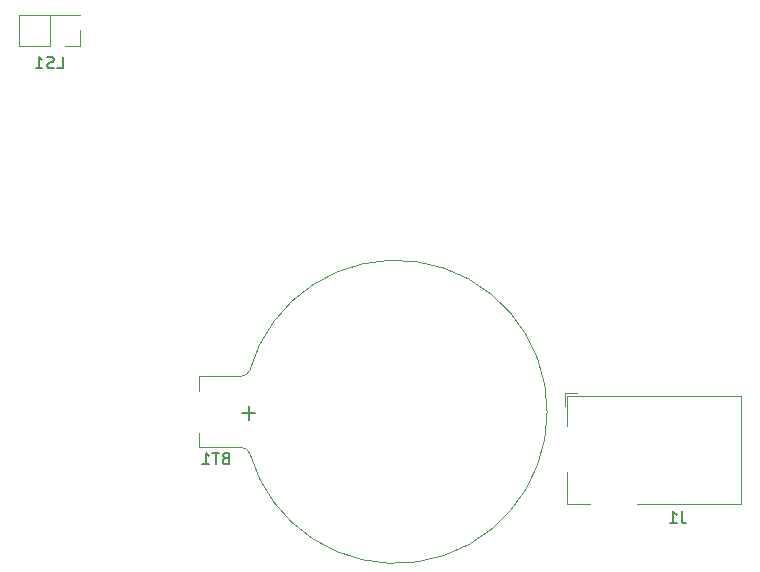
<source format=gbo>
G04 #@! TF.GenerationSoftware,KiCad,Pcbnew,(5.1.5)-3*
G04 #@! TF.CreationDate,2020-06-08T21:10:59+09:00*
G04 #@! TF.ProjectId,AlarmClock,416c6172-6d43-46c6-9f63-6b2e6b696361,rev?*
G04 #@! TF.SameCoordinates,Original*
G04 #@! TF.FileFunction,Legend,Bot*
G04 #@! TF.FilePolarity,Positive*
%FSLAX46Y46*%
G04 Gerber Fmt 4.6, Leading zero omitted, Abs format (unit mm)*
G04 Created by KiCad (PCBNEW (5.1.5)-3) date 2020-06-08 21:10:59*
%MOMM*%
%LPD*%
G04 APERTURE LIST*
%ADD10C,0.120000*%
%ADD11C,0.150000*%
G04 APERTURE END LIST*
D10*
X127920000Y-108000000D02*
X127920000Y-106800000D01*
X157406170Y-109872313D02*
G75*
G03X132220000Y-106300000I-12836170J72313D01*
G01*
X132221754Y-106273616D02*
G75*
G02X131470000Y-106800000I-751754J273616D01*
G01*
X157406170Y-109727687D02*
G75*
G02X132220000Y-113300000I-12836170J-72313D01*
G01*
X132221754Y-113326384D02*
G75*
G03X131470000Y-112800000I-751754J-273616D01*
G01*
X127920000Y-112800000D02*
X131520000Y-112800000D01*
X127920000Y-111600000D02*
X127920000Y-112800000D01*
X127920000Y-106800000D02*
X131520000Y-106800000D01*
X158920000Y-109280000D02*
X158920000Y-108230000D01*
X159970000Y-108230000D02*
X158920000Y-108230000D01*
X165020000Y-117630000D02*
X173820000Y-117630000D01*
X173820000Y-117630000D02*
X173820000Y-108430000D01*
X159120000Y-114930000D02*
X159120000Y-117630000D01*
X159120000Y-117630000D02*
X161020000Y-117630000D01*
X173820000Y-108430000D02*
X159120000Y-108430000D01*
X159120000Y-108430000D02*
X159120000Y-111030000D01*
X112670000Y-78830000D02*
X115270000Y-78830000D01*
X112670000Y-78830000D02*
X112670000Y-76170000D01*
X112670000Y-76170000D02*
X117870000Y-76170000D01*
X117870000Y-76230000D02*
X117870000Y-76170000D01*
X115270000Y-76230000D02*
X117870000Y-76230000D01*
X115270000Y-78830000D02*
X115270000Y-76230000D01*
X117870000Y-78830000D02*
X117870000Y-77500000D01*
X116540000Y-78830000D02*
X117870000Y-78830000D01*
D11*
X130155714Y-113728571D02*
X130012857Y-113776190D01*
X129965238Y-113823809D01*
X129917619Y-113919047D01*
X129917619Y-114061904D01*
X129965238Y-114157142D01*
X130012857Y-114204761D01*
X130108095Y-114252380D01*
X130489047Y-114252380D01*
X130489047Y-113252380D01*
X130155714Y-113252380D01*
X130060476Y-113300000D01*
X130012857Y-113347619D01*
X129965238Y-113442857D01*
X129965238Y-113538095D01*
X130012857Y-113633333D01*
X130060476Y-113680952D01*
X130155714Y-113728571D01*
X130489047Y-113728571D01*
X129631904Y-113252380D02*
X129060476Y-113252380D01*
X129346190Y-114252380D02*
X129346190Y-113252380D01*
X128203333Y-114252380D02*
X128774761Y-114252380D01*
X128489047Y-114252380D02*
X128489047Y-113252380D01*
X128584285Y-113395238D01*
X128679523Y-113490476D01*
X128774761Y-113538095D01*
X132691428Y-109907142D02*
X131548571Y-109907142D01*
X132120000Y-110478571D02*
X132120000Y-109335714D01*
X168803333Y-118232380D02*
X168803333Y-118946666D01*
X168850952Y-119089523D01*
X168946190Y-119184761D01*
X169089047Y-119232380D01*
X169184285Y-119232380D01*
X167803333Y-119232380D02*
X168374761Y-119232380D01*
X168089047Y-119232380D02*
X168089047Y-118232380D01*
X168184285Y-118375238D01*
X168279523Y-118470476D01*
X168374761Y-118518095D01*
X115912857Y-80722380D02*
X116389047Y-80722380D01*
X116389047Y-79722380D01*
X115627142Y-80674761D02*
X115484285Y-80722380D01*
X115246190Y-80722380D01*
X115150952Y-80674761D01*
X115103333Y-80627142D01*
X115055714Y-80531904D01*
X115055714Y-80436666D01*
X115103333Y-80341428D01*
X115150952Y-80293809D01*
X115246190Y-80246190D01*
X115436666Y-80198571D01*
X115531904Y-80150952D01*
X115579523Y-80103333D01*
X115627142Y-80008095D01*
X115627142Y-79912857D01*
X115579523Y-79817619D01*
X115531904Y-79770000D01*
X115436666Y-79722380D01*
X115198571Y-79722380D01*
X115055714Y-79770000D01*
X114103333Y-80722380D02*
X114674761Y-80722380D01*
X114389047Y-80722380D02*
X114389047Y-79722380D01*
X114484285Y-79865238D01*
X114579523Y-79960476D01*
X114674761Y-80008095D01*
M02*

</source>
